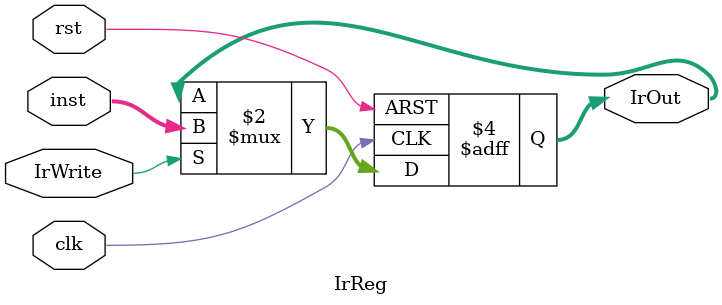
<source format=v>
`timescale 1ns/1ns
module IrReg (clk, rst, inst, IrWrite, IrOut);
  input [7:0] inst;
  input clk, rst, IrWrite;
  output reg [7:0] IrOut;
  always@(posedge clk, posedge rst) begin
    if (rst)
      IrOut <= 8'b0;
    else if(IrWrite) 
      IrOut <= inst;
  end
endmodule


</source>
